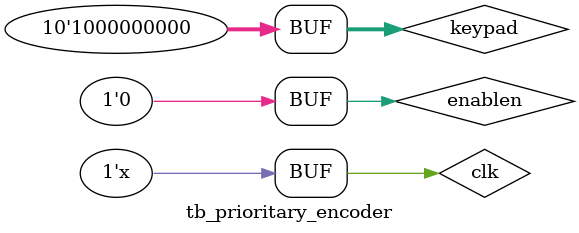
<source format=v>
`timescale 1ns/1ns
`include "prioritary_encoder.v"

    module tb_prioritary_encoder;
    reg [9:0]keypad;
    reg enablen;
    wire [3:0]D;

    prioritary_encoder DUT
    (
        .keypad (keypad),
        .enablen (enablen),
        .D (D)
    );

    always #(CLK_PERIOD/2) clk=~clk;

    initial begin
        $dumpfile("tb_prioritary_encoder.vcd");
        $dumpvars(0, tb_prioritary_encoder);

        enablen = 0;
        repeat(2) begin

            enablen = ~enablen;
            keypad = 10'b0000000001;
        #5  keypad = 10'b0000000010;
        #5  keypad = 10'b0000000100;
        #5  keypad = 10'b0000001000;
        #5  keypad = 10'b0000010000;
        #5  keypad = 10'b0000100000;
        #5  keypad = 10'b0001000000;
        #5  keypad = 10'b0010000000;
        #5  keypad = 10'b0100000000;
        #5  keypad = 10'b1000000000;
            
        end

    end

endmodule
</source>
